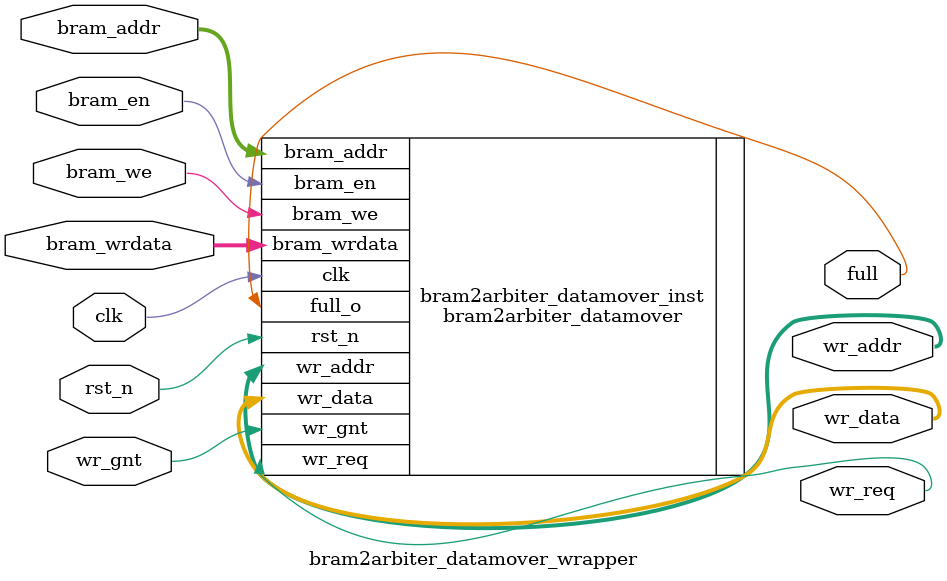
<source format=v>
`timescale 1ns / 1ps

module bram2arbiter_datamover_wrapper #(
  parameter BRAM_ADDRWIDTH = 10,
  parameter DATAWIDTH = 1024
) (
  input clk,
  input rst_n,

  /* Interface for Controller */
  output full,

  /* Interface for BRAM */
  (* X_INTERFACE_MODE = "Slave" *)
  (* X_INTERFACE_INFO = "xilinx.com:interface:bram:1.0 BRAM_PORT ADDR" *)
  input [BRAM_ADDRWIDTH-1:0] bram_addr,
  (* X_INTERFACE_INFO = "xilinx.com:interface:bram:1.0 BRAM_PORT DIN" *)
  input [DATAWIDTH-1:0] bram_wrdata,
  (* X_INTERFACE_INFO = "xilinx.com:interface:bram:1.0 BRAM_PORT EN" *)
  input bram_en,
  (* X_INTERFACE_INFO = "xilinx.com:interface:bram:1.0 BRAM_PORT WE" *)
  input bram_we,

  /* Interface for Arbiter */
  output                      wr_req,
  input                       wr_gnt,
  output [BRAM_ADDRWIDTH-1:0] wr_addr,
  output [     DATAWIDTH-1:0] wr_data
);

  // Instantiate bram2arbiter_datamover
  bram2arbiter_datamover #(
    .BRAM_ADDRWIDTH(BRAM_ADDRWIDTH),
    .DATAWIDTH(DATAWIDTH)
  ) bram2arbiter_datamover_inst (
    .clk(clk),
    .rst_n(rst_n),
    .full_o(full),
    .bram_addr(bram_addr),
    .bram_wrdata(bram_wrdata),
    .bram_en(bram_en),
    .bram_we(bram_we),
    .wr_req(wr_req),
    .wr_gnt(wr_gnt),
    .wr_addr(wr_addr),
    .wr_data(wr_data)
  );

endmodule
</source>
